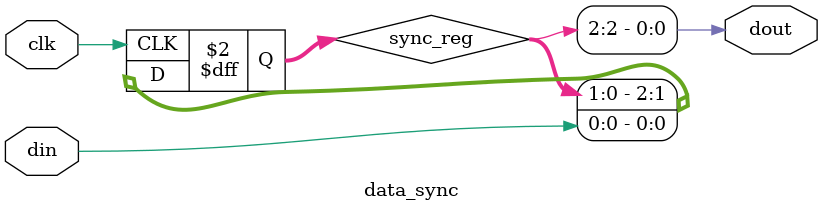
<source format=sv>
module pipeline_reg #(
  parameter SYNC_STAGE = 32
) (
  input  logic clk,
  input  logic din,
  output logic dout
);

  logic [SYNC_STAGE-1:0] sync_reg;
  always_ff @(posedge clk) begin
    sync_reg <= {sync_reg[SYNC_STAGE-2:0],din};
  end
  assign dout = sync_reg[SYNC_STAGE-1];
  
endmodule
// Reset-Sync : Async-assert and sync-deassert
// Min 3 stage pipeline to mitegate reset recovery and removal time
// use set_max_delay constraint for async_reset from source to FF/d with period min(clk1,clk2)
module reset_sync #(
  parameter SYNC_STAGE = 3
) (
  input  logic clk,
  input  logic async_reset,
  output logic sync_reset
);
  
  (* ASYNC_REG = "TRUE" *) logic [SYNC_STAGE-1:0] sync_reg;
  always_ff @(posedge clk or posedge async_reset) begin
    if (async_reset) begin
      sync_reg <= {SYNC_STAGE{1'b1}};
    end else begin
      sync_reg <= {sync_reg[SYNC_STAGE-2:0],1'b0};
    end
  end
  assign sync_reset = sync_reg[SYNC_STAGE-1];
  
endmodule
// Resetn-Sync : Async-assert and sync-deassert
// Min 3 stage pipeline to mitegate reset recovery and removal time
// use set_max_delay constraint for async_reset from source to FF/d with period min(clk1,clk2)
module resetn_sync #(
  parameter SYNC_STAGE = 3
) (
  input  logic clk,
  input  logic async_resetn,
  output logic sync_resetn
);
  
  (* ASYNC_REG = "TRUE" *) logic [SYNC_STAGE-1:0] sync_reg;
  always_ff @(posedge clk or negedge async_resetn) begin
    if (!async_resetn) begin
      sync_reg <= {SYNC_STAGE{1'b0}};
    end else begin
      sync_reg <= {sync_reg[SYNC_STAGE-2:0],1'b1};
    end
  end
  assign sync_resetn = sync_reg[SYNC_STAGE-1];
  
endmodule
// Data-Sync : synchronize single-bit data
// Min 3 stage pipeline to mitegate metastability due to setup and hold time violations
// use ASYNC_REG and max_delay[with min-period(freq1,freq2)] constraint with async-clock groups {clk1,clk2}
module data_sync #(
  parameter SYNC_STAGE = 3
) (
  input  logic clk,
  input  logic din,
  output logic dout
);
  
  (* ASYNC_REG = "TRUE" *) logic [SYNC_STAGE-1:0] sync_reg;
  always_ff @(posedge clk) begin
    sync_reg <= {sync_reg[SYNC_STAGE-2:0],din};
  end
  assign dout = sync_reg[SYNC_STAGE-1];
  
endmodule

</source>
